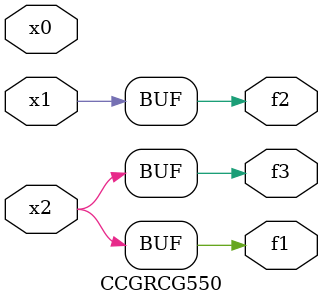
<source format=v>
module CCGRCG550(
	input x0, x1, x2,
	output f1, f2, f3
);
	assign f1 = x2;
	assign f2 = x1;
	assign f3 = x2;
endmodule

</source>
